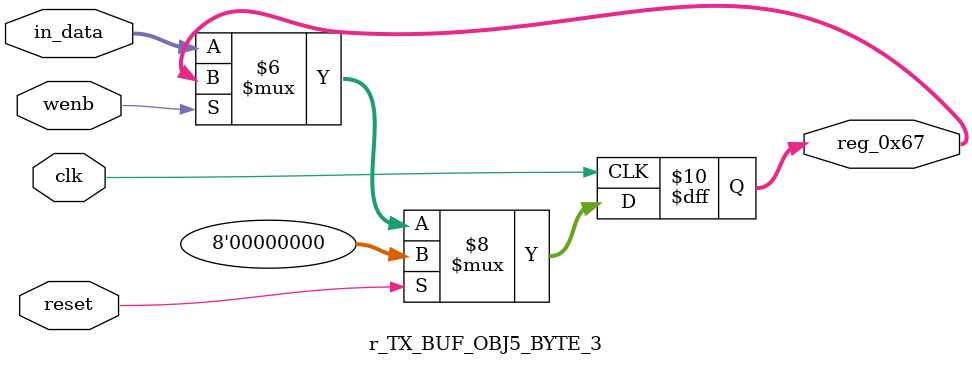
<source format=v>
module r_TX_BUF_OBJ5_BYTE_3(output reg [7:0] reg_0x67, input wire reset, input wire wenb, input wire [7:0] in_data, input wire clk);
	always@(posedge clk)
	begin
		if(reset==0) begin
			if(wenb==0)
				reg_0x67<=in_data;
			else
				reg_0x67<=reg_0x67;
		end
		else
			reg_0x67<=8'h00;
	end
endmodule
</source>
